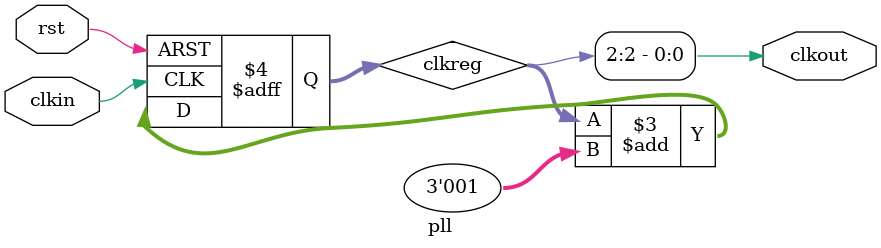
<source format=v>
module pll(
	input clkin,
	input rst,
	output clkout
	);
	
	reg [3:0] clkreg; 
	
	always@(posedge clkin or negedge rst) begin
		if (~rst) 
			clkreg <= 3'b0;
		else
			clkreg <= clkreg + 3'd1;
	end
	
	assign clkout = clkreg[2];
endmodule 
</source>
